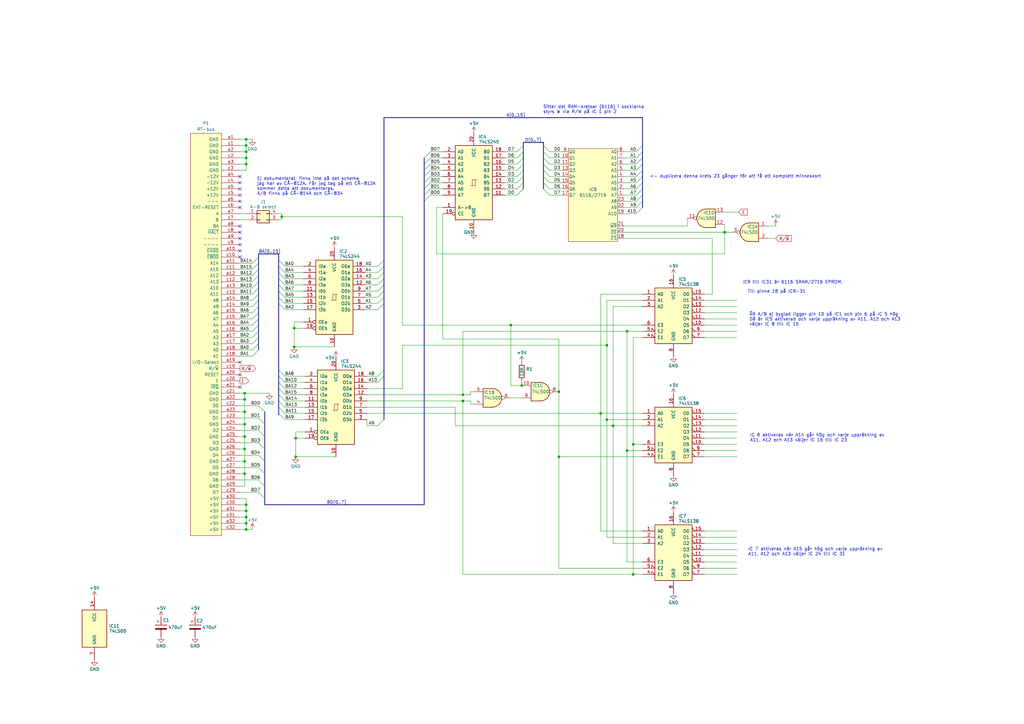
<source format=kicad_sch>
(kicad_sch (version 20230121) (generator eeschema)
  (paper "A3")
  (title_block (title "CÅ-834") (date "2024-04-23") (rev "0.6") (company "Åke Holm CÅ-elektronik") (comment 1 "Minneskort till nya RT-dator, plats för EPROM eller RAM") (comment 2 "Schema skapat av Mikael Karlsson"))
  (lib_symbols
    (symbol "74xx:74LS00" (pin_names (offset 1.016))
      (property "Reference" "U" (at 0 1.27 0))
      (property "Value" "74LS00" (at 0 -1.27 0))
      (symbol "74LS00_1_1"
        (pin input line (at -7.62 2.54 0) (length 3.81) (name "~") (number "1"))
        (pin input line (at -7.62 -2.54 0) (length 3.81) (name "~") (number "2"))
        (pin output inverted (at 7.62 0 180) (length 3.81) (name "~") (number "3"))
      )
      (symbol "74LS00_1_2"
        (pin input inverted (at -7.62 2.54 0) (length 4.318) (name "~") (number "1"))
        (pin input inverted (at -7.62 -2.54 0) (length 4.318) (name "~") (number "2"))
        (pin output line (at 7.62 0 180) (length 3.81) (name "~") (number "3"))
      )
      (symbol "74LS00_2_1"
        (pin input line (at -7.62 2.54 0) (length 3.81) (name "~") (number "4"))
        (pin input line (at -7.62 -2.54 0) (length 3.81) (name "~") (number "5"))
        (pin output inverted (at 7.62 0 180) (length 3.81) (name "~") (number "6"))
      )
      (symbol "74LS00_2_2"
        (pin input inverted (at -7.62 2.54 0) (length 4.318) (name "~") (number "4"))
        (pin input inverted (at -7.62 -2.54 0) (length 4.318) (name "~") (number "5"))
        (pin output line (at 7.62 0 180) (length 3.81) (name "~") (number "6"))
      )
      (symbol "74LS00_3_1"
        (pin input line (at -7.62 -2.54 0) (length 3.81) (name "~") (number "10"))
        (pin output inverted (at 7.62 0 180) (length 3.81) (name "~") (number "8"))
        (pin input line (at -7.62 2.54 0) (length 3.81) (name "~") (number "9"))
      )
      (symbol "74LS00_3_2"
        (pin input inverted (at -7.62 -2.54 0) (length 4.318) (name "~") (number "10"))
        (pin output line (at 7.62 0 180) (length 3.81) (name "~") (number "8"))
        (pin input inverted (at -7.62 2.54 0) (length 4.318) (name "~") (number "9"))
      )
      (symbol "74LS00_4_1"
        (pin output inverted (at 7.62 0 180) (length 3.81) (name "~") (number "11"))
        (pin input line (at -7.62 2.54 0) (length 3.81) (name "~") (number "12"))
        (pin input line (at -7.62 -2.54 0) (length 3.81) (name "~") (number "13"))
      )
      (symbol "74LS00_4_2"
        (pin output line (at 7.62 0 180) (length 3.81) (name "~") (number "11"))
        (pin input inverted (at -7.62 2.54 0) (length 4.318) (name "~") (number "12"))
        (pin input inverted (at -7.62 -2.54 0) (length 4.318) (name "~") (number "13"))
      )
      (symbol "74LS00_5_0"
        (pin power_in line (at 0 12.7 270) (length 5.08) (name "VCC") (number "14"))
        (pin power_in line (at 0 -12.7 90) (length 5.08) (name "GND") (number "7"))
      )
    )
    (symbol "74xx:74LS138" (pin_names (offset 1.016))
      (property "Reference" "U" (at -7.62 11.43 0))
      (property "Value" "74LS138" (at -7.62 -13.97 0))
      (symbol "74LS138_1_0"
        (pin input line (at -12.7 7.62 0) (length 5.08) (name "A0") (number "1"))
        (pin output output_low (at 12.7 -5.08 180) (length 5.08) (name "O5") (number "10"))
        (pin output output_low (at 12.7 -2.54 180) (length 5.08) (name "O4") (number "11"))
        (pin output output_low (at 12.7 0 180) (length 5.08) (name "O3") (number "12"))
        (pin output output_low (at 12.7 2.54 180) (length 5.08) (name "O2") (number "13"))
        (pin output output_low (at 12.7 5.08 180) (length 5.08) (name "O1") (number "14"))
        (pin output output_low (at 12.7 7.62 180) (length 5.08) (name "O0") (number "15"))
        (pin power_in line (at 0 15.24 270) (length 5.08) (name "VCC") (number "16"))
        (pin input line (at -12.7 5.08 0) (length 5.08) (name "A1") (number "2"))
        (pin input line (at -12.7 2.54 0) (length 5.08) (name "A2") (number "3"))
        (pin input input_low (at -12.7 -10.16 0) (length 5.08) (name "E1") (number "4"))
        (pin input input_low (at -12.7 -7.62 0) (length 5.08) (name "E2") (number "5"))
        (pin input line (at -12.7 -5.08 0) (length 5.08) (name "E3") (number "6"))
        (pin output output_low (at 12.7 -10.16 180) (length 5.08) (name "O7") (number "7"))
        (pin power_in line (at 0 -17.78 90) (length 5.08) (name "GND") (number "8"))
        (pin output output_low (at 12.7 -7.62 180) (length 5.08) (name "O6") (number "9"))
      )
    )
    (symbol "74xx:74LS244" (pin_names (offset 1.016))
      (property "Reference" "U" (at -7.62 16.51 0))
      (property "Value" "74LS244" (at -7.62 -16.51 0))
      (symbol "74LS244_1_0"
        (pin input inverted (at -12.7 -10.16 0) (length 5.08) (name "OEa") (number "1"))
        (pin power_in line (at 0 -20.32 90) (length 5.08) (name "GND") (number "10"))
        (pin input line (at -12.7 2.54 0) (length 5.08) (name "I0b") (number "11"))
        (pin tri_state line (at 12.7 5.08 180) (length 5.08) (name "O3a") (number "12"))
        (pin input line (at -12.7 0 0) (length 5.08) (name "I1b") (number "13"))
        (pin tri_state line (at 12.7 7.62 180) (length 5.08) (name "O2a") (number "14"))
        (pin input line (at -12.7 -2.54 0) (length 5.08) (name "I2b") (number "15"))
        (pin tri_state line (at 12.7 10.16 180) (length 5.08) (name "O1a") (number "16"))
        (pin input line (at -12.7 -5.08 0) (length 5.08) (name "I3b") (number "17"))
        (pin tri_state line (at 12.7 12.7 180) (length 5.08) (name "O0a") (number "18"))
        (pin input inverted (at -12.7 -12.7 0) (length 5.08) (name "OEb") (number "19"))
        (pin input line (at -12.7 12.7 0) (length 5.08) (name "I0a") (number "2"))
        (pin power_in line (at 0 20.32 270) (length 5.08) (name "VCC") (number "20"))
        (pin tri_state line (at 12.7 -5.08 180) (length 5.08) (name "O3b") (number "3"))
        (pin input line (at -12.7 10.16 0) (length 5.08) (name "I1a") (number "4"))
        (pin tri_state line (at 12.7 -2.54 180) (length 5.08) (name "O2b") (number "5"))
        (pin input line (at -12.7 7.62 0) (length 5.08) (name "I2a") (number "6"))
        (pin tri_state line (at 12.7 0 180) (length 5.08) (name "O1b") (number "7"))
        (pin input line (at -12.7 5.08 0) (length 5.08) (name "I3a") (number "8"))
        (pin tri_state line (at 12.7 2.54 180) (length 5.08) (name "O0b") (number "9"))
      )
    )
    (symbol "74xx:74LS245" (pin_names (offset 1.016))
      (property "Reference" "U" (at -7.62 16.51 0))
      (property "Value" "74LS245" (at -7.62 -16.51 0))
      (symbol "74LS245_1_0"
        (pin input line (at -12.7 -10.16 0) (length 5.08) (name "A->B") (number "1"))
        (pin power_in line (at 0 -20.32 90) (length 5.08) (name "GND") (number "10"))
        (pin tri_state line (at 12.7 -5.08 180) (length 5.08) (name "B7") (number "11"))
        (pin tri_state line (at 12.7 -2.54 180) (length 5.08) (name "B6") (number "12"))
        (pin tri_state line (at 12.7 0 180) (length 5.08) (name "B5") (number "13"))
        (pin tri_state line (at 12.7 2.54 180) (length 5.08) (name "B4") (number "14"))
        (pin tri_state line (at 12.7 5.08 180) (length 5.08) (name "B3") (number "15"))
        (pin tri_state line (at 12.7 7.62 180) (length 5.08) (name "B2") (number "16"))
        (pin tri_state line (at 12.7 10.16 180) (length 5.08) (name "B1") (number "17"))
        (pin tri_state line (at 12.7 12.7 180) (length 5.08) (name "B0") (number "18"))
        (pin input inverted (at -12.7 -12.7 0) (length 5.08) (name "CE") (number "19"))
        (pin tri_state line (at -12.7 12.7 0) (length 5.08) (name "A0") (number "2"))
        (pin power_in line (at 0 20.32 270) (length 5.08) (name "VCC") (number "20"))
        (pin tri_state line (at -12.7 10.16 0) (length 5.08) (name "A1") (number "3"))
        (pin tri_state line (at -12.7 7.62 0) (length 5.08) (name "A2") (number "4"))
        (pin tri_state line (at -12.7 5.08 0) (length 5.08) (name "A3") (number "5"))
        (pin tri_state line (at -12.7 2.54 0) (length 5.08) (name "A4") (number "6"))
        (pin tri_state line (at -12.7 0 0) (length 5.08) (name "A5") (number "7"))
        (pin tri_state line (at -12.7 -2.54 0) (length 5.08) (name "A6") (number "8"))
        (pin tri_state line (at -12.7 -5.08 0) (length 5.08) (name "A7") (number "9"))
      )
    )
    (symbol "Connector_Generic:Conn_02x02_Counter_Clockwise" (pin_names (offset 1.016) hide)
      (property "Reference" "J" (at 1.27 2.54 0))
      (property "Value" "Conn_02x02_Counter_Clockwise" (at 1.27 -5.08 0))
      (symbol "Conn_02x02_Counter_Clockwise_1_1"
        (pin passive line (at -5.08 0 0) (length 3.81) (name "Pin_1") (number "1"))
        (pin passive line (at -5.08 -2.54 0) (length 3.81) (name "Pin_2") (number "2"))
        (pin passive line (at 7.62 -2.54 180) (length 3.81) (name "Pin_3") (number "3"))
        (pin passive line (at 7.62 0 180) (length 3.81) (name "Pin_4") (number "4"))
      )
    )
    (symbol "CÅ-834:2716" (pin_names (offset 0.254))
      (property "Reference" "U" (at 0 3.175 0))
      (property "Value" "2716" (at 0 -0.635 0))
      (symbol "2716_0_0"
        (pin power_in line (at 0 -19.05 90) (length 0) hide (name "GND") (number "12"))
        (pin power_in line (at 0 19.05 270) (length 0) hide (name "Vcc") (number "24"))
      )
      (symbol "2716_1_1"
        (pin input line (at -12.7 0 0) (length 2.54) (name "A7") (number "1"))
        (pin tri_state line (at 12.7 15.24 180) (length 2.54) (name "Q1") (number "10"))
        (pin tri_state line (at 12.7 12.7 180) (length 2.54) (name "Q2") (number "11"))
        (pin tri_state line (at 12.7 10.16 180) (length 2.54) (name "Q3") (number "13"))
        (pin tri_state line (at 12.7 7.62 180) (length 2.54) (name "Q4") (number "14"))
        (pin tri_state line (at 12.7 5.08 180) (length 2.54) (name "Q5") (number "15"))
        (pin tri_state line (at 12.7 2.54 180) (length 2.54) (name "Q6") (number "16"))
        (pin tri_state line (at 12.7 0 180) (length 2.54) (name "Q7") (number "17"))
        (pin input line (at -12.7 -17.78 0) (length 2.54) (name "~{CS}") (number "18"))
        (pin input line (at -12.7 -7.62 0) (length 2.54) (name "A10") (number "19"))
        (pin input line (at -12.7 2.54 0) (length 2.54) (name "A6") (number "2"))
        (pin input line (at -12.7 -15.24 0) (length 2.54) (name "~{OE}") (number "20"))
        (pin input line (at -12.7 -12.7 0) (length 2.54) (name "~{WR}") (number "21"))
        (pin input line (at -12.7 -5.08 0) (length 2.54) (name "A9") (number "22"))
        (pin input line (at -12.7 -2.54 0) (length 2.54) (name "A8") (number "23"))
        (pin input line (at -12.7 5.08 0) (length 2.54) (name "A5") (number "3"))
        (pin input line (at -12.7 7.62 0) (length 2.54) (name "A4") (number "4"))
        (pin input line (at -12.7 10.16 0) (length 2.54) (name "A3") (number "5"))
        (pin input line (at -12.7 12.7 0) (length 2.54) (name "A2") (number "6"))
        (pin input line (at -12.7 15.24 0) (length 2.54) (name "A1") (number "7"))
        (pin input line (at -12.7 17.78 0) (length 2.54) (name "A0") (number "8"))
        (pin tri_state line (at 12.7 17.78 180) (length 2.54) (name "Q0") (number "9"))
      )
    )
    (symbol "CÅ-834:RT-bus" (pin_names (offset 1.016))
      (property "Reference" "P" (at 0 83.82 0))
      (property "Value" "RT-bus" (at 8.89 0 90))
      (symbol "RT-bus_1_1"
        (pin passive line (at -12.7 80.01 0) (length 7.62) (name "GND") (number "a1"))
        (pin passive line (at -12.7 34.29 0) (length 7.62) (name "~{E400}") (number "a10"))
        (pin passive line (at -12.7 29.21 0) (length 7.62) (name "A14") (number "a11"))
        (pin passive line (at -12.7 24.13 0) (length 7.62) (name "A12") (number "a12"))
        (pin passive line (at -12.7 19.05 0) (length 7.62) (name "A10") (number "a13"))
        (pin passive line (at -12.7 13.97 0) (length 7.62) (name "A8") (number "a14"))
        (pin passive line (at -12.7 8.89 0) (length 7.62) (name "A6") (number "a15"))
        (pin passive line (at -12.7 3.81 0) (length 7.62) (name "A4") (number "a16"))
        (pin passive line (at -12.7 -1.27 0) (length 7.62) (name "A2") (number "a17"))
        (pin passive line (at -12.7 -6.35 0) (length 7.62) (name "A0") (number "a18"))
        (pin passive line (at -12.7 -11.43 0) (length 7.62) (name "I/O-Select") (number "a19"))
        (pin passive line (at -12.7 74.93 0) (length 7.62) (name "GND") (number "a2"))
        (pin passive line (at -12.7 -16.51 0) (length 7.62) (name "RESET") (number "a20"))
        (pin passive line (at -12.7 -21.59 0) (length 7.62) (name "~{IRQ}") (number "a21"))
        (pin passive line (at -12.7 -26.67 0) (length 7.62) (name "GND") (number "a22"))
        (pin passive line (at -12.7 -31.75 0) (length 7.62) (name "GND") (number "a23"))
        (pin passive line (at -12.7 -36.83 0) (length 7.62) (name "GND") (number "a24"))
        (pin passive line (at -12.7 -41.91 0) (length 7.62) (name "GND") (number "a25"))
        (pin passive line (at -12.7 -46.99 0) (length 7.62) (name "GND") (number "a26"))
        (pin passive line (at -12.7 -52.07 0) (length 7.62) (name "GND") (number "a27"))
        (pin passive line (at -12.7 -57.15 0) (length 7.62) (name "GND") (number "a28"))
        (pin passive line (at -12.7 -62.23 0) (length 7.62) (name "GND") (number "a29"))
        (pin passive line (at -12.7 69.85 0) (length 7.62) (name "GND") (number "a3"))
        (pin passive line (at -12.7 -67.31 0) (length 7.62) (name "+5V") (number "a30"))
        (pin passive line (at -12.7 -72.39 0) (length 7.62) (name "+5V") (number "a31"))
        (pin passive line (at -12.7 -77.47 0) (length 7.62) (name "+5V") (number "a32"))
        (pin passive line (at -12.7 64.77 0) (length 7.62) (name "-12V") (number "a4"))
        (pin passive line (at -12.7 59.69 0) (length 7.62) (name "+12V") (number "a5"))
        (pin passive line (at -12.7 54.61 0) (length 7.62) (name "---") (number "a6"))
        (pin passive line (at -12.7 49.53 0) (length 7.62) (name "A") (number "a7"))
        (pin passive line (at -12.7 44.45 0) (length 7.62) (name "BA") (number "a8"))
        (pin passive line (at -12.7 39.37 0) (length 7.62) (name "----") (number "a9"))
        (pin passive line (at -12.7 77.47 0) (length 7.62) (name "GND") (number "c1"))
        (pin passive line (at -12.7 31.75 0) (length 7.62) (name "~{E800}") (number "c10"))
        (pin passive line (at -12.7 26.67 0) (length 7.62) (name "A15") (number "c11"))
        (pin passive line (at -12.7 21.59 0) (length 7.62) (name "A13") (number "c12"))
        (pin passive line (at -12.7 16.51 0) (length 7.62) (name "A11") (number "c13"))
        (pin passive line (at -12.7 11.43 0) (length 7.62) (name "A9") (number "c14"))
        (pin passive line (at -12.7 6.35 0) (length 7.62) (name "A7") (number "c15"))
        (pin passive line (at -12.7 1.27 0) (length 7.62) (name "A5") (number "c16"))
        (pin passive line (at -12.7 -3.81 0) (length 7.62) (name "A3") (number "c17"))
        (pin passive line (at -12.7 -8.89 0) (length 7.62) (name "A1") (number "c18"))
        (pin passive line (at -12.7 -13.97 0) (length 7.62) (name "R/~{W}") (number "c19"))
        (pin passive line (at -12.7 72.39 0) (length 7.62) (name "GND") (number "c2"))
        (pin passive line (at -12.7 -19.05 0) (length 7.62) (name "E") (number "c20"))
        (pin passive line (at -12.7 -24.13 0) (length 7.62) (name "GND") (number "c21"))
        (pin passive line (at -12.7 -29.21 0) (length 7.62) (name "D0") (number "c22"))
        (pin passive line (at -12.7 -34.29 0) (length 7.62) (name "D1") (number "c23"))
        (pin passive line (at -12.7 -39.37 0) (length 7.62) (name "D2") (number "c24"))
        (pin passive line (at -12.7 -44.45 0) (length 7.62) (name "D3") (number "c25"))
        (pin passive line (at -12.7 -49.53 0) (length 7.62) (name "D4") (number "c26"))
        (pin passive line (at -12.7 -54.61 0) (length 7.62) (name "D5") (number "c27"))
        (pin passive line (at -12.7 -59.69 0) (length 7.62) (name "D6") (number "c28"))
        (pin passive line (at -12.7 -64.77 0) (length 7.62) (name "D7") (number "c29"))
        (pin passive line (at -12.7 67.31 0) (length 7.62) (name "GND") (number "c3"))
        (pin passive line (at -12.7 -69.85 0) (length 7.62) (name "+5V") (number "c30"))
        (pin passive line (at -12.7 -74.93 0) (length 7.62) (name "+5V") (number "c31"))
        (pin passive line (at -12.7 -80.01 0) (length 7.62) (name "+5V") (number "c32"))
        (pin passive line (at -12.7 62.23 0) (length 7.62) (name "-12V") (number "c4"))
        (pin passive line (at -12.7 57.15 0) (length 7.62) (name "+12V") (number "c5"))
        (pin passive line (at -12.7 52.07 0) (length 7.62) (name "EXT-RESET") (number "c6"))
        (pin passive line (at -12.7 46.99 0) (length 7.62) (name "B") (number "c7"))
        (pin passive line (at -12.7 41.91 0) (length 7.62) (name "~{HALT}") (number "c8"))
        (pin passive line (at -12.7 36.83 0) (length 7.62) (name "----") (number "c9"))
      )
    )
    (symbol "Device:C_Polarized" (pin_numbers hide) (pin_names (offset 0.254))
      (property "Reference" "C" (at 0.635 2.54 0))
      (property "Value" "C_Polarized" (at 0.635 -2.54 0))
      (symbol "C_Polarized_1_1"
        (pin passive line (at 0 3.81 270) (length 2.794) (name "~") (number "1"))
        (pin passive line (at 0 -3.81 90) (length 2.794) (name "~") (number "2"))
      )
    )
    (symbol "Device:R" (pin_numbers hide) (pin_names (offset 0))
      (property "Reference" "R" (at 2.032 0 90))
      (property "Value" "R" (at 0 0 90))
      (symbol "R_1_1"
        (pin passive line (at 0 3.81 270) (length 1.27) (name "~") (number "1"))
        (pin passive line (at 0 -3.81 90) (length 1.27) (name "~") (number "2"))
      )
    )
    (symbol "power:+5V" (power) (pin_names (offset 0))
      (property "Value" "+5V" (at 0 3.556 0))
      (symbol "+5V_1_1"
        (pin power_in line (at 0 0 90) (length 0) hide (name "+5V") (number "1"))
      )
    )
    (symbol "power:GND" (power) (pin_names (offset 0))
      (property "Value" "GND" (at 0 -3.81 0))
      (symbol "GND_1_1"
        (pin power_in line (at 0 0 270) (length 0) hide (name "GND") (number "1"))
      )
    )
  )
  (junction (at 100.33 173.99))
  (junction (at 297.18 95.25))
  (junction (at 120.65 134.62))
  (junction (at 115.57 88.9))
  (junction (at 100.33 189.23))
  (junction (at 100.965 62.23))
  (junction (at 189.865 161.925))
  (junction (at 100.965 217.17))
  (junction (at 259.715 235.585))
  (junction (at 257.175 135.89))
  (junction (at 189.865 164.465))
  (junction (at 100.965 59.69))
  (junction (at 100.33 168.91))
  (junction (at 248.92 172.085))
  (junction (at 100.33 194.31))
  (junction (at 100.965 212.09))
  (junction (at 213.995 158.115))
  (junction (at 100.965 57.15))
  (junction (at 121.285 187.325))
  (junction (at 100.33 179.07))
  (junction (at 229.235 187.325))
  (junction (at 259.715 182.245))
  (junction (at 229.235 160.655))
  (junction (at 120.65 142.24))
  (junction (at 248.92 141.605))
  (junction (at 100.33 184.15))
  (junction (at 209.55 133.35))
  (junction (at 100.33 163.83))
  (junction (at 100.965 214.63))
  (junction (at 257.175 184.785))
  (junction (at 100.965 67.31))
  (junction (at 100.965 207.01))
  (junction (at 251.46 174.625))
  (junction (at 246.38 169.545))
  (junction (at 100.33 161.29))
  (junction (at 100.965 64.77))
  (junction (at 121.285 179.705))
  (junction (at 100.965 209.55))
  (no_connect (at 98.425 100.33))
  (no_connect (at 98.425 102.87))
  (no_connect (at 98.425 92.71))
  (no_connect (at 98.425 82.55))
  (no_connect (at 98.425 72.39))
  (no_connect (at 98.425 74.93))
  (no_connect (at 98.425 77.47))
  (no_connect (at 98.425 148.59))
  (no_connect (at 98.425 153.67))
  (no_connect (at 98.425 80.01))
  (no_connect (at 98.425 85.09))
  (no_connect (at 98.425 97.79))
  (no_connect (at 98.425 95.25))
  (no_connect (at 98.425 105.41))
  (no_connect (at 98.425 158.75))
  (bus_entry (at 212.09 77.47) (size 2.54 -2.54))
  (bus_entry (at 116.84 121.92) (size -2.54 -2.54))
  (bus_entry (at 154.94 156.845) (size 2.54 -2.54))
  (bus_entry (at 154.94 119.38) (size 2.54 -2.54))
  (bus_entry (at 225.425 64.77) (size -2.54 -2.54))
  (bus_entry (at 154.94 124.46) (size 2.54 -2.54))
  (bus_entry (at 103.505 133.35) (size 2.54 -2.54))
  (bus_entry (at 116.84 156.845) (size -2.54 -2.54))
  (bus_entry (at 154.94 127) (size 2.54 -2.54))
  (bus_entry (at 116.84 161.925) (size -2.54 -2.54))
  (bus_entry (at 176.53 74.93) (size -2.54 2.54))
  (bus_entry (at 103.505 113.03) (size 2.54 -2.54))
  (bus_entry (at 116.84 159.385) (size -2.54 -2.54))
  (bus_entry (at 263.525 72.39) (size -2.54 2.54))
  (bus_entry (at 116.84 127) (size -2.54 -2.54))
  (bus_entry (at 212.09 72.39) (size 2.54 -2.54))
  (bus_entry (at 263.525 85.09) (size -2.54 2.54))
  (bus_entry (at 103.505 130.81) (size 2.54 -2.54))
  (bus_entry (at 263.525 82.55) (size -2.54 2.54))
  (bus_entry (at 154.94 121.92) (size 2.54 -2.54))
  (bus_entry (at 263.525 77.47) (size -2.54 2.54))
  (bus_entry (at 106.045 176.53) (size 2.54 2.54))
  (bus_entry (at 103.505 107.95) (size 2.54 -2.54))
  (bus_entry (at 103.505 146.05) (size 2.54 -2.54))
  (bus_entry (at 106.045 181.61) (size 2.54 2.54))
  (bus_entry (at 154.94 114.3) (size 2.54 -2.54))
  (bus_entry (at 225.425 74.93) (size -2.54 -2.54))
  (bus_entry (at 116.84 164.465) (size -2.54 -2.54))
  (bus_entry (at 116.84 114.3) (size -2.54 -2.54))
  (bus_entry (at 263.525 67.31) (size -2.54 2.54))
  (bus_entry (at 176.53 72.39) (size -2.54 2.54))
  (bus_entry (at 103.505 125.73) (size 2.54 -2.54))
  (bus_entry (at 103.505 135.89) (size 2.54 -2.54))
  (bus_entry (at 176.53 67.31) (size -2.54 2.54))
  (bus_entry (at 154.94 109.22) (size 2.54 -2.54))
  (bus_entry (at 212.09 80.01) (size 2.54 -2.54))
  (bus_entry (at 116.84 116.84) (size -2.54 -2.54))
  (bus_entry (at 116.84 154.305) (size -2.54 -2.54))
  (bus_entry (at 225.425 77.47) (size -2.54 -2.54))
  (bus_entry (at 225.425 67.31) (size -2.54 -2.54))
  (bus_entry (at 116.84 109.22) (size -2.54 -2.54))
  (bus_entry (at 106.045 191.77) (size 2.54 2.54))
  (bus_entry (at 103.505 140.97) (size 2.54 -2.54))
  (bus_entry (at 116.84 167.005) (size -2.54 -2.54))
  (bus_entry (at 116.84 119.38) (size -2.54 -2.54))
  (bus_entry (at 263.525 69.85) (size -2.54 2.54))
  (bus_entry (at 263.525 59.69) (size -2.54 2.54))
  (bus_entry (at 225.425 62.23) (size -2.54 -2.54))
  (bus_entry (at 106.045 196.85) (size 2.54 2.54))
  (bus_entry (at 103.505 128.27) (size 2.54 -2.54))
  (bus_entry (at 103.505 123.19) (size 2.54 -2.54))
  (bus_entry (at 212.09 62.23) (size 2.54 -2.54))
  (bus_entry (at 116.84 169.545) (size -2.54 -2.54))
  (bus_entry (at 154.94 111.76) (size 2.54 -2.54))
  (bus_entry (at 225.425 72.39) (size -2.54 -2.54))
  (bus_entry (at 103.505 110.49) (size 2.54 -2.54))
  (bus_entry (at 212.09 74.93) (size 2.54 -2.54))
  (bus_entry (at 106.045 186.69) (size 2.54 2.54))
  (bus_entry (at 176.53 64.77) (size -2.54 2.54))
  (bus_entry (at 103.505 138.43) (size 2.54 -2.54))
  (bus_entry (at 106.045 166.37) (size 2.54 2.54))
  (bus_entry (at 154.94 154.305) (size 2.54 -2.54))
  (bus_entry (at 263.525 62.23) (size -2.54 2.54))
  (bus_entry (at 154.94 174.625) (size 2.54 -2.54))
  (bus_entry (at 263.525 64.77) (size -2.54 2.54))
  (bus_entry (at 154.94 116.84) (size 2.54 -2.54))
  (bus_entry (at 103.505 115.57) (size 2.54 -2.54))
  (bus_entry (at 176.53 62.23) (size -2.54 2.54))
  (bus_entry (at 263.525 74.93) (size -2.54 2.54))
  (bus_entry (at 263.525 80.01) (size -2.54 2.54))
  (bus_entry (at 212.09 67.31) (size 2.54 -2.54))
  (bus_entry (at 212.09 64.77) (size 2.54 -2.54))
  (bus_entry (at 103.505 120.65) (size 2.54 -2.54))
  (bus_entry (at 176.53 69.85) (size -2.54 2.54))
  (bus_entry (at 212.09 69.85) (size 2.54 -2.54))
  (bus_entry (at 106.045 171.45) (size 2.54 2.54))
  (bus_entry (at 116.84 124.46) (size -2.54 -2.54))
  (bus_entry (at 225.425 69.85) (size -2.54 -2.54))
  (bus_entry (at 106.045 201.93) (size 2.54 2.54))
  (bus_entry (at 116.84 111.76) (size -2.54 -2.54))
  (bus_entry (at 103.505 118.11) (size 2.54 -2.54))
  (bus_entry (at 103.505 143.51) (size 2.54 -2.54))
  (bus_entry (at 176.53 77.47) (size -2.54 2.54))
  (bus_entry (at 225.425 80.01) (size -2.54 -2.54))
  (bus_entry (at 116.84 172.085) (size -2.54 -2.54))
  (bus_entry (at 176.53 80.01) (size -2.54 2.54))
  (wire (pts (xy 288.925 123.19) (xy 302.26 123.19)))
  (wire (pts (xy 288.925 177.165) (xy 302.26 177.165)))
  (wire (pts (xy 98.425 118.11) (xy 103.505 118.11)))
  (wire (pts (xy 207.01 74.93) (xy 212.09 74.93)))
  (wire (pts (xy 248.92 172.085) (xy 248.92 220.345)))
  (bus (pts (xy 263.525 59.69) (xy 263.525 62.23)))
  (wire (pts (xy 260.985 72.39) (xy 255.905 72.39)))
  (wire (pts (xy 124.46 111.76) (xy 116.84 111.76)))
  (wire (pts (xy 176.53 80.01) (xy 181.61 80.01)))
  (wire (pts (xy 121.285 179.705) (xy 121.285 187.325)))
  (bus (pts (xy 114.3 111.76) (xy 114.3 114.3)))
  (wire (pts (xy 260.985 67.31) (xy 255.905 67.31)))
  (wire (pts (xy 259.715 138.43) (xy 259.715 182.245)))
  (bus (pts (xy 263.525 67.31) (xy 263.525 69.85)))
  (wire (pts (xy 193.04 164.465) (xy 193.04 165.735)))
  (wire (pts (xy 225.425 64.77) (xy 230.505 64.77)))
  (wire (pts (xy 100.33 161.29) (xy 98.425 161.29)))
  (bus (pts (xy 106.045 130.81) (xy 106.045 128.27)))
  (wire (pts (xy 116.84 121.92) (xy 124.46 121.92)))
  (wire (pts (xy 257.175 184.785) (xy 263.525 184.785)))
  (wire (pts (xy 251.46 174.625) (xy 251.46 222.885)))
  (wire (pts (xy 207.01 69.85) (xy 212.09 69.85)))
  (wire (pts (xy 263.525 138.43) (xy 259.715 138.43)))
  (wire (pts (xy 189.865 135.89) (xy 189.865 161.925)))
  (wire (pts (xy 176.53 64.77) (xy 181.61 64.77)))
  (wire (pts (xy 124.46 127) (xy 116.84 127)))
  (wire (pts (xy 260.985 85.09) (xy 255.905 85.09)))
  (wire (pts (xy 121.285 177.165) (xy 121.285 179.705)))
  (bus (pts (xy 108.585 173.99) (xy 108.585 179.07)))
  (wire (pts (xy 297.18 86.995) (xy 302.895 86.995)))
  (wire (pts (xy 207.01 80.01) (xy 212.09 80.01)))
  (wire (pts (xy 98.425 199.39) (xy 100.33 199.39)))
  (bus (pts (xy 263.525 82.55) (xy 263.525 85.09)))
  (bus (pts (xy 108.585 168.91) (xy 108.585 173.99)))
  (wire (pts (xy 225.425 80.01) (xy 230.505 80.01)))
  (wire (pts (xy 263.525 120.65) (xy 246.38 120.65)))
  (bus (pts (xy 173.99 67.31) (xy 173.99 69.85)))
  (wire (pts (xy 260.985 69.85) (xy 255.905 69.85)))
  (bus (pts (xy 214.63 62.23) (xy 214.63 64.77)))
  (bus (pts (xy 214.63 74.93) (xy 214.63 77.47)))
  (wire (pts (xy 98.425 201.93) (xy 106.045 201.93)))
  (wire (pts (xy 98.425 115.57) (xy 103.505 115.57)))
  (wire (pts (xy 213.995 156.21) (xy 213.995 158.115)))
  (bus (pts (xy 114.3 114.3) (xy 114.3 116.84)))
  (wire (pts (xy 100.965 62.23) (xy 100.965 64.77)))
  (wire (pts (xy 124.46 114.3) (xy 116.84 114.3)))
  (bus (pts (xy 222.885 67.31) (xy 222.885 69.85)))
  (bus (pts (xy 108.585 179.07) (xy 108.585 184.15)))
  (wire (pts (xy 263.525 235.585) (xy 259.715 235.585)))
  (bus (pts (xy 108.585 184.15) (xy 108.585 189.23)))
  (bus (pts (xy 157.48 121.92) (xy 157.48 124.46)))
  (wire (pts (xy 209.55 163.195) (xy 213.995 163.195)))
  (wire (pts (xy 193.04 161.925) (xy 193.04 160.655)))
  (bus (pts (xy 157.48 114.3) (xy 157.48 116.84)))
  (wire (pts (xy 281.94 92.71) (xy 255.905 92.71)))
  (wire (pts (xy 100.33 199.39) (xy 100.33 194.31)))
  (wire (pts (xy 98.425 138.43) (xy 103.505 138.43)))
  (wire (pts (xy 189.865 161.925) (xy 193.04 161.925)))
  (wire (pts (xy 100.33 168.91) (xy 98.425 168.91)))
  (bus (pts (xy 114.3 104.14) (xy 114.3 106.68)))
  (wire (pts (xy 314.96 92.71) (xy 318.135 92.71)))
  (wire (pts (xy 288.925 169.545) (xy 302.26 169.545)))
  (wire (pts (xy 149.86 119.38) (xy 154.94 119.38)))
  (wire (pts (xy 229.235 187.325) (xy 263.525 187.325)))
  (bus (pts (xy 108.585 199.39) (xy 108.585 204.47)))
  (wire (pts (xy 100.965 207.01) (xy 98.425 207.01)))
  (wire (pts (xy 149.86 114.3) (xy 154.94 114.3)))
  (wire (pts (xy 251.46 125.73) (xy 251.46 174.625)))
  (bus (pts (xy 173.99 74.93) (xy 173.99 77.47)))
  (wire (pts (xy 213.995 158.115) (xy 209.55 158.115)))
  (bus (pts (xy 157.48 116.84) (xy 157.48 119.38)))
  (wire (pts (xy 98.425 128.27) (xy 103.505 128.27)))
  (wire (pts (xy 149.86 124.46) (xy 154.94 124.46)))
  (wire (pts (xy 125.095 177.165) (xy 121.285 177.165)))
  (bus (pts (xy 106.045 120.65) (xy 106.045 118.11)))
  (bus (pts (xy 106.045 104.14) (xy 114.3 104.14)))
  (wire (pts (xy 251.46 174.625) (xy 263.525 174.625)))
  (wire (pts (xy 288.925 125.73) (xy 302.26 125.73)))
  (wire (pts (xy 121.285 187.325) (xy 137.795 187.325)))
  (wire (pts (xy 116.84 164.465) (xy 125.095 164.465)))
  (wire (pts (xy 225.425 62.23) (xy 230.505 62.23)))
  (wire (pts (xy 246.38 169.545) (xy 263.525 169.545)))
  (bus (pts (xy 222.885 72.39) (xy 222.885 74.93)))
  (bus (pts (xy 222.885 64.77) (xy 222.885 67.31)))
  (wire (pts (xy 98.425 204.47) (xy 100.965 204.47)))
  (wire (pts (xy 288.925 133.35) (xy 302.26 133.35)))
  (bus (pts (xy 222.885 62.23) (xy 222.885 64.77)))
  (wire (pts (xy 179.07 104.14) (xy 179.07 85.09)))
  (wire (pts (xy 292.1 97.79) (xy 292.1 120.65)))
  (wire (pts (xy 251.46 222.885) (xy 263.525 222.885)))
  (wire (pts (xy 288.925 220.345) (xy 302.26 220.345)))
  (wire (pts (xy 229.235 139.065) (xy 229.235 160.655)))
  (wire (pts (xy 207.01 62.23) (xy 212.09 62.23)))
  (wire (pts (xy 98.425 171.45) (xy 106.045 171.45)))
  (wire (pts (xy 115.57 87.63) (xy 115.57 88.9)))
  (bus (pts (xy 263.525 48.26) (xy 263.525 59.69)))
  (wire (pts (xy 292.1 120.65) (xy 288.925 120.65)))
  (bus (pts (xy 173.99 64.77) (xy 173.99 67.31)))
  (bus (pts (xy 214.63 69.85) (xy 214.63 72.39)))
  (wire (pts (xy 98.425 120.65) (xy 103.505 120.65)))
  (bus (pts (xy 114.3 116.84) (xy 114.3 119.38)))
  (wire (pts (xy 124.46 116.84) (xy 116.84 116.84)))
  (wire (pts (xy 263.525 135.89) (xy 257.175 135.89)))
  (wire (pts (xy 125.095 172.085) (xy 116.84 172.085)))
  (wire (pts (xy 100.965 212.09) (xy 98.425 212.09)))
  (bus (pts (xy 214.63 58.42) (xy 222.885 58.42)))
  (wire (pts (xy 150.495 172.085) (xy 150.495 174.625)))
  (wire (pts (xy 98.425 146.05) (xy 103.505 146.05)))
  (wire (pts (xy 100.965 62.23) (xy 98.425 62.23)))
  (wire (pts (xy 100.33 189.23) (xy 100.33 184.15)))
  (wire (pts (xy 100.33 184.15) (xy 100.33 179.07)))
  (bus (pts (xy 173.99 69.85) (xy 173.99 72.39)))
  (wire (pts (xy 176.53 67.31) (xy 181.61 67.31)))
  (wire (pts (xy 100.965 209.55) (xy 100.965 212.09)))
  (wire (pts (xy 297.18 95.25) (xy 299.72 95.25)))
  (bus (pts (xy 114.3 121.92) (xy 114.3 124.46)))
  (bus (pts (xy 263.525 62.23) (xy 263.525 64.77)))
  (wire (pts (xy 115.57 88.9) (xy 115.57 90.17)))
  (bus (pts (xy 106.045 143.51) (xy 106.045 140.97)))
  (bus (pts (xy 114.3 109.22) (xy 114.3 111.76)))
  (wire (pts (xy 297.18 92.075) (xy 297.18 95.25)))
  (wire (pts (xy 98.425 176.53) (xy 106.045 176.53)))
  (wire (pts (xy 260.985 74.93) (xy 255.905 74.93)))
  (wire (pts (xy 150.495 174.625) (xy 154.94 174.625)))
  (wire (pts (xy 120.65 134.62) (xy 124.46 134.62)))
  (bus (pts (xy 173.99 80.01) (xy 173.99 82.55)))
  (wire (pts (xy 230.505 67.31) (xy 225.425 67.31)))
  (wire (pts (xy 189.865 164.465) (xy 193.04 164.465)))
  (wire (pts (xy 116.84 154.305) (xy 125.095 154.305)))
  (wire (pts (xy 100.965 217.17) (xy 103.505 217.17)))
  (wire (pts (xy 100.33 194.31) (xy 100.33 189.23)))
  (bus (pts (xy 108.585 194.31) (xy 108.585 199.39)))
  (wire (pts (xy 246.38 120.65) (xy 246.38 169.545)))
  (wire (pts (xy 186.69 174.625) (xy 251.46 174.625)))
  (wire (pts (xy 255.905 95.25) (xy 297.18 95.25)))
  (bus (pts (xy 263.525 74.93) (xy 263.525 77.47)))
  (wire (pts (xy 100.965 64.77) (xy 100.965 67.31)))
  (wire (pts (xy 225.425 69.85) (xy 230.505 69.85)))
  (wire (pts (xy 125.095 156.845) (xy 116.84 156.845)))
  (wire (pts (xy 100.33 163.83) (xy 98.425 163.83)))
  (wire (pts (xy 260.985 77.47) (xy 255.905 77.47)))
  (wire (pts (xy 189.865 164.465) (xy 189.865 235.585)))
  (wire (pts (xy 288.925 227.965) (xy 302.26 227.965)))
  (wire (pts (xy 150.495 164.465) (xy 189.865 164.465)))
  (bus (pts (xy 157.48 109.22) (xy 157.48 111.76)))
  (wire (pts (xy 209.55 133.35) (xy 209.55 158.115)))
  (wire (pts (xy 288.925 182.245) (xy 302.26 182.245)))
  (wire (pts (xy 288.925 235.585) (xy 302.26 235.585)))
  (wire (pts (xy 176.53 69.85) (xy 181.61 69.85)))
  (wire (pts (xy 260.985 80.01) (xy 255.905 80.01)))
  (bus (pts (xy 214.63 67.31) (xy 214.63 69.85)))
  (wire (pts (xy 149.86 109.22) (xy 154.94 109.22)))
  (wire (pts (xy 150.495 167.005) (xy 186.69 167.005)))
  (wire (pts (xy 100.965 204.47) (xy 100.965 207.01)))
  (wire (pts (xy 288.925 179.705) (xy 302.26 179.705)))
  (wire (pts (xy 259.715 182.245) (xy 259.715 235.585)))
  (wire (pts (xy 100.33 194.31) (xy 98.425 194.31)))
  (wire (pts (xy 248.92 123.19) (xy 248.92 141.605)))
  (wire (pts (xy 98.425 90.17) (xy 101.6 90.17)))
  (wire (pts (xy 248.92 172.085) (xy 263.525 172.085)))
  (wire (pts (xy 288.925 130.81) (xy 302.26 130.81)))
  (wire (pts (xy 98.425 125.73) (xy 103.505 125.73)))
  (wire (pts (xy 149.86 127) (xy 154.94 127)))
  (wire (pts (xy 120.65 134.62) (xy 120.65 142.24)))
  (wire (pts (xy 100.965 207.01) (xy 100.965 209.55)))
  (wire (pts (xy 248.92 220.345) (xy 263.525 220.345)))
  (wire (pts (xy 100.33 189.23) (xy 98.425 189.23)))
  (wire (pts (xy 193.04 160.655) (xy 194.31 160.655)))
  (wire (pts (xy 100.33 179.07) (xy 98.425 179.07)))
  (wire (pts (xy 248.92 141.605) (xy 248.92 172.085)))
  (wire (pts (xy 125.095 167.005) (xy 116.84 167.005)))
  (wire (pts (xy 120.65 132.08) (xy 120.65 134.62)))
  (bus (pts (xy 263.525 77.47) (xy 263.525 80.01)))
  (bus (pts (xy 106.045 115.57) (xy 106.045 113.03)))
  (wire (pts (xy 229.235 187.325) (xy 229.235 233.045)))
  (wire (pts (xy 207.01 64.77) (xy 212.09 64.77)))
  (wire (pts (xy 116.84 169.545) (xy 125.095 169.545)))
  (wire (pts (xy 229.235 233.045) (xy 263.525 233.045)))
  (wire (pts (xy 98.425 123.19) (xy 103.505 123.19)))
  (wire (pts (xy 150.495 159.385) (xy 165.1 159.385)))
  (wire (pts (xy 124.46 132.08) (xy 120.65 132.08)))
  (wire (pts (xy 207.01 72.39) (xy 212.09 72.39)))
  (wire (pts (xy 165.1 141.605) (xy 248.92 141.605)))
  (wire (pts (xy 288.925 172.085) (xy 302.26 172.085)))
  (wire (pts (xy 100.33 161.29) (xy 110.49 161.29)))
  (bus (pts (xy 222.885 59.69) (xy 222.885 62.23)))
  (bus (pts (xy 106.045 110.49) (xy 106.045 107.95)))
  (wire (pts (xy 229.235 160.655) (xy 229.235 187.325)))
  (wire (pts (xy 98.425 133.35) (xy 103.505 133.35)))
  (wire (pts (xy 181.61 139.065) (xy 229.235 139.065)))
  (wire (pts (xy 98.425 113.03) (xy 103.505 113.03)))
  (wire (pts (xy 260.985 87.63) (xy 255.905 87.63)))
  (bus (pts (xy 214.63 59.69) (xy 214.63 58.42)))
  (wire (pts (xy 98.425 196.85) (xy 106.045 196.85)))
  (wire (pts (xy 149.86 111.76) (xy 154.94 111.76)))
  (bus (pts (xy 114.3 151.765) (xy 114.3 154.305)))
  (wire (pts (xy 100.33 179.07) (xy 100.33 173.99)))
  (wire (pts (xy 257.175 135.89) (xy 257.175 184.785)))
  (wire (pts (xy 98.425 143.51) (xy 103.505 143.51)))
  (wire (pts (xy 263.525 133.35) (xy 209.55 133.35)))
  (wire (pts (xy 230.505 77.47) (xy 225.425 77.47)))
  (wire (pts (xy 98.425 140.97) (xy 103.505 140.97)))
  (wire (pts (xy 150.495 169.545) (xy 246.38 169.545)))
  (wire (pts (xy 100.33 173.99) (xy 98.425 173.99)))
  (wire (pts (xy 288.925 128.27) (xy 302.26 128.27)))
  (bus (pts (xy 157.48 48.26) (xy 263.525 48.26)))
  (wire (pts (xy 189.865 135.89) (xy 257.175 135.89)))
  (wire (pts (xy 288.925 138.43) (xy 302.26 138.43)))
  (wire (pts (xy 176.53 62.23) (xy 181.61 62.23)))
  (bus (pts (xy 263.525 72.39) (xy 263.525 74.93)))
  (wire (pts (xy 230.505 74.93) (xy 225.425 74.93)))
  (bus (pts (xy 106.045 128.27) (xy 106.045 125.73)))
  (wire (pts (xy 121.285 179.705) (xy 125.095 179.705)))
  (wire (pts (xy 149.86 116.84) (xy 154.94 116.84)))
  (wire (pts (xy 124.46 109.22) (xy 116.84 109.22)))
  (bus (pts (xy 114.3 156.845) (xy 114.3 159.385)))
  (wire (pts (xy 193.04 165.735) (xy 194.31 165.735)))
  (wire (pts (xy 100.33 173.99) (xy 100.33 168.91)))
  (bus (pts (xy 263.525 69.85) (xy 263.525 72.39)))
  (wire (pts (xy 100.965 67.31) (xy 98.425 67.31)))
  (wire (pts (xy 100.965 209.55) (xy 98.425 209.55)))
  (wire (pts (xy 100.965 57.15) (xy 100.965 59.69)))
  (wire (pts (xy 115.57 90.17) (xy 114.3 90.17)))
  (wire (pts (xy 150.495 161.925) (xy 189.865 161.925)))
  (bus (pts (xy 263.525 80.01) (xy 263.525 82.55)))
  (wire (pts (xy 246.38 169.545) (xy 246.38 217.805)))
  (wire (pts (xy 263.525 123.19) (xy 248.92 123.19)))
  (wire (pts (xy 288.925 217.805) (xy 302.26 217.805)))
  (bus (pts (xy 222.885 69.85) (xy 222.885 72.39)))
  (wire (pts (xy 257.175 184.785) (xy 257.175 230.505)))
  (wire (pts (xy 165.1 133.35) (xy 209.55 133.35)))
  (wire (pts (xy 98.425 57.15) (xy 100.965 57.15)))
  (wire (pts (xy 98.425 110.49) (xy 103.505 110.49)))
  (wire (pts (xy 251.46 125.73) (xy 263.525 125.73)))
  (wire (pts (xy 176.53 77.47) (xy 181.61 77.47)))
  (wire (pts (xy 100.965 217.17) (xy 98.425 217.17)))
  (bus (pts (xy 106.045 140.97) (xy 106.045 138.43)))
  (wire (pts (xy 125.095 159.385) (xy 116.84 159.385)))
  (wire (pts (xy 116.84 124.46) (xy 124.46 124.46)))
  (bus (pts (xy 106.045 123.19) (xy 106.045 120.65)))
  (bus (pts (xy 114.3 169.545) (xy 114.3 170.18)))
  (wire (pts (xy 181.61 87.63) (xy 181.61 139.065)))
  (wire (pts (xy 100.33 163.83) (xy 100.33 161.29)))
  (bus (pts (xy 214.63 59.69) (xy 214.63 62.23)))
  (bus (pts (xy 114.3 106.68) (xy 114.3 109.22)))
  (wire (pts (xy 149.86 121.92) (xy 154.94 121.92)))
  (wire (pts (xy 288.925 187.325) (xy 302.26 187.325)))
  (bus (pts (xy 157.48 111.76) (xy 157.48 114.3)))
  (wire (pts (xy 98.425 166.37) (xy 106.045 166.37)))
  (wire (pts (xy 179.07 104.14) (xy 297.18 104.14)))
  (wire (pts (xy 288.925 230.505) (xy 302.26 230.505)))
  (bus (pts (xy 214.63 72.39) (xy 214.63 74.93)))
  (wire (pts (xy 314.96 97.79) (xy 318.135 97.79)))
  (bus (pts (xy 114.3 119.38) (xy 114.3 121.92)))
  (wire (pts (xy 207.01 77.47) (xy 212.09 77.47)))
  (bus (pts (xy 106.045 135.89) (xy 106.045 133.35)))
  (wire (pts (xy 259.715 182.245) (xy 263.525 182.245)))
  (wire (pts (xy 100.965 59.69) (xy 100.965 62.23)))
  (bus (pts (xy 157.48 154.305) (xy 157.48 172.085)))
  (bus (pts (xy 114.3 159.385) (xy 114.3 161.925)))
  (bus (pts (xy 222.885 58.42) (xy 222.885 59.69)))
  (wire (pts (xy 100.965 214.63) (xy 98.425 214.63)))
  (wire (pts (xy 292.1 97.79) (xy 255.905 97.79)))
  (bus (pts (xy 114.3 124.46) (xy 114.3 151.765)))
  (bus (pts (xy 173.99 72.39) (xy 173.99 74.93)))
  (wire (pts (xy 259.715 235.585) (xy 189.865 235.585)))
  (wire (pts (xy 176.53 74.93) (xy 181.61 74.93)))
  (wire (pts (xy 100.33 168.91) (xy 100.33 163.83)))
  (wire (pts (xy 176.53 72.39) (xy 181.61 72.39)))
  (wire (pts (xy 98.425 186.69) (xy 106.045 186.69)))
  (wire (pts (xy 100.965 212.09) (xy 100.965 214.63)))
  (bus (pts (xy 114.3 154.305) (xy 114.3 156.845)))
  (bus (pts (xy 214.63 64.77) (xy 214.63 67.31)))
  (wire (pts (xy 263.525 230.505) (xy 257.175 230.505)))
  (bus (pts (xy 106.045 105.41) (xy 106.045 104.14)))
  (wire (pts (xy 288.925 184.785) (xy 302.26 184.785)))
  (wire (pts (xy 181.61 85.09) (xy 179.07 85.09)))
  (bus (pts (xy 173.99 77.47) (xy 173.99 80.01)))
  (bus (pts (xy 157.48 48.26) (xy 157.48 106.68)))
  (wire (pts (xy 297.18 95.25) (xy 297.18 104.14)))
  (wire (pts (xy 100.965 214.63) (xy 100.965 217.17)))
  (bus (pts (xy 106.045 138.43) (xy 106.045 135.89)))
  (wire (pts (xy 165.1 159.385) (xy 165.1 141.605)))
  (wire (pts (xy 100.33 184.15) (xy 98.425 184.15)))
  (wire (pts (xy 98.425 130.81) (xy 103.505 130.81)))
  (wire (pts (xy 100.965 69.85) (xy 98.425 69.85)))
  (bus (pts (xy 106.045 113.03) (xy 106.045 110.49)))
  (wire (pts (xy 150.495 154.305) (xy 154.94 154.305)))
  (bus (pts (xy 222.885 74.93) (xy 222.885 77.47)))
  (bus (pts (xy 106.045 133.35) (xy 106.045 130.81)))
  (wire (pts (xy 100.965 57.15) (xy 103.505 57.15)))
  (bus (pts (xy 108.585 204.47) (xy 108.585 207.01)))
  (bus (pts (xy 106.045 125.73) (xy 106.045 123.19)))
  (wire (pts (xy 225.425 72.39) (xy 230.505 72.39)))
  (wire (pts (xy 260.985 82.55) (xy 255.905 82.55)))
  (wire (pts (xy 260.985 62.23) (xy 255.905 62.23)))
  (bus (pts (xy 157.48 106.68) (xy 157.48 109.22)))
  (wire (pts (xy 125.095 161.925) (xy 116.84 161.925)))
  (wire (pts (xy 288.925 174.625) (xy 302.26 174.625)))
  (bus (pts (xy 157.48 124.46) (xy 157.48 151.765)))
  (wire (pts (xy 98.425 191.77) (xy 106.045 191.77)))
  (wire (pts (xy 120.65 142.24) (xy 137.16 142.24)))
  (wire (pts (xy 288.925 222.885) (xy 302.26 222.885)))
  (wire (pts (xy 246.38 217.805) (xy 263.525 217.805)))
  (wire (pts (xy 98.425 87.63) (xy 101.6 87.63)))
  (wire (pts (xy 288.925 225.425) (xy 302.26 225.425)))
  (bus (pts (xy 114.3 167.005) (xy 114.3 169.545)))
  (bus (pts (xy 108.585 189.23) (xy 108.585 194.31)))
  (wire (pts (xy 100.965 59.69) (xy 98.425 59.69)))
  (wire (pts (xy 165.1 88.9) (xy 165.1 133.35)))
  (wire (pts (xy 116.84 119.38) (xy 124.46 119.38)))
  (bus (pts (xy 106.045 118.11) (xy 106.045 115.57)))
  (wire (pts (xy 288.925 233.045) (xy 302.26 233.045)))
  (bus (pts (xy 114.3 161.925) (xy 114.3 164.465)))
  (wire (pts (xy 260.985 64.77) (xy 255.905 64.77)))
  (wire (pts (xy 98.425 107.95) (xy 103.505 107.95)))
  (wire (pts (xy 100.965 64.77) (xy 98.425 64.77)))
  (bus (pts (xy 157.48 154.305) (xy 157.48 151.765)))
  (wire (pts (xy 186.69 167.005) (xy 186.69 174.625)))
  (wire (pts (xy 100.965 67.31) (xy 100.965 69.85)))
  (wire (pts (xy 98.425 135.89) (xy 103.505 135.89)))
  (bus (pts (xy 106.045 107.95) (xy 106.045 105.41)))
  (bus (pts (xy 108.585 207.01) (xy 173.99 207.01)))
  (wire (pts (xy 165.1 88.9) (xy 115.57 88.9)))
  (wire (pts (xy 150.495 156.845) (xy 154.94 156.845)))
  (bus (pts (xy 263.525 64.77) (xy 263.525 67.31)))
  (bus (pts (xy 173.99 82.55) (xy 173.99 207.01)))
  (wire (pts (xy 114.3 87.63) (xy 115.57 87.63)))
  (wire (pts (xy 281.94 92.71) (xy 281.94 89.535)))
  (bus (pts (xy 114.3 164.465) (xy 114.3 167.005)))
  (bus (pts (xy 157.48 119.38) (xy 157.48 121.92)))
  (wire (pts (xy 288.925 135.89) (xy 302.26 135.89)))
  (wire (pts (xy 98.425 181.61) (xy 106.045 181.61)))
  (wire (pts (xy 207.01 67.31) (xy 212.09 67.31)))
  (text "IC 6 aktiveras när A14 går hög och varje uppräkning av \nA11, A12 och A13 väljer IC 16 till IC 23" (at 307.594 181.356 0) (effects (font (size 1.27 1.27)) (justify left bottom)))
  (text "IC 7 aktiveras när A15 går hög och varje uppräkning av \nA11, A12 och A13 väljer IC 24 till IC 31" (at 306.832 228.092 0) (effects (font (size 1.27 1.27)) (justify left bottom)))
  (text "<- duplicera denna krets 23 gånger för att få ett komplett minneskort" (at 266.446 73.152 0) (effects (font (size 1.27 1.27)) (justify left bottom)))
  (text "IC9 till IC31 är 6116 SRAM/2716 EPROM." (at 304.546 116.586 0) (effects (font (size 1.27 1.27)) (justify left bottom)))
  (text "Till pinne 18 på IC9-31" (at 306.578 120.396 0) (effects (font (size 1.27 1.27)) (justify left bottom)))
  (text "ÄR A/B ej byglad ligger pin 10 på IC1 och pin 6 på IC 5 hög\nDå är IC5 aktiverad och varje uppräkning av A11, A12 och A13 \nväljer IC 8 till IC 15" (at 307.34 133.858 0) (effects (font (size 1.27 1.27)) (justify left bottom)))
  (text "Ej dokumenterat, finns inte på det schema\njag har av CÅ-812A. Får jag tag på ett CÅ-812A\nkommer detta att dokumenteras.\nA/B finns på CÅ-814A och CÅ-834" (at 105.41 80.264 0) (effects (font (size 1.27 1.27)) (justify left bottom)))
  (text "Sitter det RAM-kretsar (6116) i socklarna\nstyrs W via R/W på IC 1 pin 2" (at 222.758 46.736 0) (effects (font (size 1.27 1.27)) (justify left bottom)))
  (label "BA4" (at 116.84 111.76 0))
  (label "D3" (at 229.87 69.85 180))
  (label "BD6" (at 102.87 196.85 0))
  (label "A6" (at 260.985 77.47 180))
  (label "A0" (at 149.86 109.22 0))
  (label "BA13" (at 98.425 115.57 0))
  (label "BD2" (at 176.53 74.93 0))
  (label "BA4" (at 98.425 133.35 0))
  (label "BA6" (at 98.425 128.27 0))
  (label "A0" (at 260.985 62.23 180))
  (label "A3" (at 149.86 114.3 0))
  (label "D7" (at 229.87 80.01 180))
  (label "A8" (at 151.13 154.305 0))
  (label "BA2" (at 98.425 138.43 0))
  (label "BA8" (at 116.84 154.305 0))
  (label "BD1" (at 176.53 77.47 0))
  (label "D5" (at 208.28 67.31 0))
  (label "BA9" (at 98.425 125.73 0))
  (label "BD5" (at 176.53 67.31 0))
  (label "BA12" (at 116.84 159.385 0))
  (label "BD3" (at 102.87 181.61 0))
  (label "D2" (at 229.87 67.31 180))
  (label "BA10" (at 98.425 118.11 0))
  (label "D6" (at 229.87 77.47 180))
  (label "A5" (at 260.985 74.93 180))
  (label "BA15" (at 116.84 161.925 0))
  (label "BD2" (at 102.87 176.53 0))
  (label "BA5" (at 98.425 135.89 0))
  (label "BA8" (at 98.425 123.19 0))
  (label "BA13" (at 121.92 167.005 180))
  (label "BA[0..15]" (at 106.045 104.14 0))
  (label "D5" (at 229.87 74.93 180))
  (label "BA2" (at 120.65 127 180))
  (label "BD1" (at 102.87 171.45 0))
  (label "A1" (at 260.985 64.77 180))
  (label "BA9" (at 120.65 172.085 180))
  (label "D3" (at 208.28 72.39 0))
  (label "A7" (at 149.86 119.38 0))
  (label "BA0" (at 116.84 109.22 0))
  (label "A6" (at 149.86 116.84 0))
  (label "BA6" (at 116.84 116.84 0))
  (label "A9" (at 151.13 174.625 0))
  (label "BA7" (at 98.425 130.81 0))
  (label "BA1" (at 98.425 146.05 0))
  (label "BA10" (at 116.84 156.845 0))
  (label "A5" (at 149.86 121.92 0))
  (label "A3" (at 260.985 69.85 180))
  (label "BA14" (at 121.92 164.465 180))
  (label "BD3" (at 176.53 72.39 0))
  (label "BA11" (at 98.425 120.65 0))
  (label "D4" (at 229.87 72.39 180))
  (label "D0" (at 229.87 62.23 180))
  (label "A1" (at 149.86 124.46 0))
  (label "BA5" (at 120.65 121.92 180))
  (label "BA3" (at 98.425 140.97 0))
  (label "A7" (at 260.985 80.01 180))
  (label "BA1" (at 120.65 124.46 180))
  (label "BA14" (at 98.425 107.95 0))
  (label "BD[0..7]" (at 133.985 207.01 0))
  (label "A4" (at 260.985 72.39 180))
  (label "A10" (at 151.13 156.845 0))
  (label "A9" (at 260.985 85.09 180))
  (label "A4" (at 149.86 111.76 0))
  (label "D4" (at 208.28 69.85 0))
  (label "BD5" (at 102.87 191.77 0))
  (label "D6" (at 208.28 64.77 0))
  (label "BA11" (at 121.92 169.545 180))
  (label "BD0" (at 102.87 166.37 0))
  (label "BA0" (at 98.425 143.51 0))
  (label "D1" (at 208.28 77.47 0))
  (label "D[0..7]" (at 215.265 58.42 0))
  (label "D1" (at 229.87 64.77 180))
  (label "A2" (at 260.985 67.31 180))
  (label "BD0" (at 176.53 80.01 0))
  (label "A8" (at 260.985 82.55 180))
  (label "BD7" (at 102.87 201.93 0))
  (label "D0" (at 208.28 80.01 0))
  (label "A[0..15]" (at 207.645 48.26 0))
  (label "BD7" (at 176.53 62.23 0))
  (label "BD6" (at 176.53 64.77 0))
  (label "BA12" (at 98.425 113.03 0))
  (label "BD4" (at 102.87 186.69 0))
  (label "BA15" (at 98.425 110.49 0))
  (label "BA7" (at 120.65 119.38 180))
  (label "A10" (at 260.985 87.63 180))
  (label "BA3" (at 116.84 114.3 0))
  (label "BD4" (at 176.53 69.85 0))
  (label "A2" (at 149.86 127 0))
  (label "D7" (at 208.28 62.23 0))
  (label "D2" (at 208.28 74.93 0))
  (global_label "E" (shape output) (at 98.425 156.21 0) (property "Intersheetrefs" "${INTERSHEET_REFS}" (effects hide)))
  (global_label "R{slash}~{W}" (shape output) (at 98.425 151.13 0) (property "Intersheetrefs" "${INTERSHEET_REFS}" (effects hide)))
  (global_label "R{slash}~{W}" (shape input) (at 318.135 97.79 0) (property "Intersheetrefs" "${INTERSHEET_REFS}" (effects hide)))
  (global_label "E" (shape input) (at 302.895 86.995 0) (property "Intersheetrefs" "${INTERSHEET_REFS}" (effects hide)))
  (symbol (lib_id "74xx:74LS00") (at 289.56 89.535 180) (unit 4)
    (property "Reference" "IC1" (at 290.83 87.249 0))
    (property "Value" "74LS00" (at 289.56 89.535 0))
    (property "Footprint" "Package_DIP:DIP-14_W7.62mm" (effects hide))
    (property "Datasheet" "http://www.ti.com/lit/gpn/sn74ls00" (effects hide))
  )
  (symbol (lib_id "power:GND") (at 80.01 260.985 0) (unit 1)
    (property "Reference" "#PWR023" (effects hide))
    (property "Value" "GND" (at 80.01 264.93 0))
  )
  (symbol (lib_id "power:+5V") (at 213.995 148.59 0) (unit 1)
    (property "Reference" "#PWR05" (effects hide))
    (property "Value" "+5V" (at 213.995 144.645 0))
  )
  (symbol (lib_id "power:+5V") (at 276.225 113.03 0) (unit 1)
    (property "Reference" "#PWR09" (effects hide))
    (property "Value" "+5V" (at 276.225 109.085 0))
  )
  (symbol (lib_id "power:+5V") (at 318.135 92.71 0) (mirror y) (unit 1)
    (property "Reference" "#PWR03" (effects hide))
    (property "Value" "+5V" (at 318.135 88.765 0))
  )
  (symbol (lib_id "power:GND") (at 194.31 95.25 0) (unit 1)
    (property "Reference" "#PWR016" (effects hide))
    (property "Value" "GND" (at 192.278 95.25 0))
  )
  (symbol (lib_id "power:+5V") (at 66.04 253.365 0) (unit 1)
    (property "Reference" "#PWR020" (effects hide))
    (property "Value" "+5V" (at 66.04 249.42 0))
  )
  (symbol (lib_id "power:+5V") (at 137.16 101.6 0) (unit 1)
    (property "Reference" "#PWR015" (effects hide))
    (property "Value" "+5V" (at 137.16 97.655 0))
  )
  (symbol (lib_id "74xx:74LS138") (at 276.225 225.425 0) (unit 1)
    (property "Reference" "IC7" (at 278.1809 211.685 0) (effects (justify left)))
    (property "Value" "74LS138" (at 278.1809 213.733 0) (effects (justify left)))
    (property "Footprint" "Package_DIP:DIP-16_W7.62mm" (effects hide))
    (property "Datasheet" "http://www.ti.com/lit/gpn/sn74LS138" (effects hide))
  )
  (symbol (lib_id "74xx:74LS244") (at 137.795 167.005 0) (unit 1)
    (property "Reference" "IC3" (at 139.7509 148.185 0) (effects (justify left)))
    (property "Value" "74LS244" (at 139.7509 150.233 0) (effects (justify left)))
    (property "Footprint" "Package_DIP:DIP-20_W7.62mm" (effects hide))
    (property "Datasheet" "http://www.ti.com/lit/ds/symlink/sn74ls244.pdf" (effects hide))
  )
  (symbol (lib_id "74xx:74LS00") (at 221.615 160.655 0) (mirror x) (unit 3)
    (property "Reference" "IC1" (at 220.599 158.115 0))
    (property "Value" "74LS00" (at 221.615 160.655 0))
    (property "Footprint" "Package_DIP:DIP-14_W7.62mm" (effects hide))
    (property "Datasheet" "http://www.ti.com/lit/gpn/sn74ls00" (effects hide))
  )
  (symbol (lib_id "power:+5V") (at 80.01 253.365 0) (unit 1)
    (property "Reference" "#PWR021" (effects hide))
    (property "Value" "+5V" (at 80.01 249.42 0))
  )
  (symbol (lib_id "74xx:74LS00") (at 201.93 163.195 0) (mirror x) (unit 2)
    (property "Reference" "IC1" (at 200.66 160.909 0))
    (property "Value" "74LS00" (at 201.93 163.195 0))
    (property "Footprint" "Package_DIP:DIP-14_W7.62mm" (effects hide))
    (property "Datasheet" "http://www.ti.com/lit/gpn/sn74ls00" (effects hide))
  )
  (symbol (lib_id "power:GND") (at 110.49 161.29 0) (unit 1)
    (property "Reference" "#PWR04" (effects hide))
    (property "Value" "GND" (at 110.49 165.235 0))
  )
  (symbol (lib_id "power:GND") (at 120.65 142.24 0) (unit 1)
    (property "Reference" "#PWR06" (effects hide))
    (property "Value" "GND" (at 120.65 146.185 0))
  )
  (symbol (lib_id "power:+5V") (at 38.735 245.11 0) (unit 1)
    (property "Reference" "#PWR017" (effects hide))
    (property "Value" "+5V" (at 38.735 241.165 0))
  )
  (symbol (lib_id "power:GND") (at 276.225 194.945 0) (unit 1)
    (property "Reference" "#PWR013" (effects hide))
    (property "Value" "GND" (at 276.225 198.89 0))
  )
  (symbol (lib_id "power:+5V") (at 194.31 54.61 0) (unit 1)
    (property "Reference" "#PWR08" (effects hide))
    (property "Value" "+5V" (at 194.31 50.665 0))
  )
  (symbol (lib_id "74xx:74LS138") (at 276.225 177.165 0) (unit 1)
    (property "Reference" "IC6" (at 278.1809 163.425 0) (effects (justify left)))
    (property "Value" "74LS138" (at 278.1809 165.473 0) (effects (justify left)))
    (property "Footprint" "Package_DIP:DIP-16_W7.62mm" (effects hide))
    (property "Datasheet" "http://www.ti.com/lit/gpn/sn74LS138" (effects hide))
  )
  (symbol (lib_id "CÅ-834:RT-bus") (at 85.725 137.16 0) (mirror y) (unit 1)
    (property "Reference" "P1" (at 84.455 50.5927 0))
    (property "Value" "RT-bus" (at 84.455 53.0169 0))
  )
  (symbol (lib_id "74xx:74LS00") (at 38.735 257.81 0) (unit 5)
    (property "Reference" "IC1" (at 44.577 256.786 0) (effects (justify left)))
    (property "Value" "74LS00" (at 44.577 258.834 0) (effects (justify left)))
    (property "Datasheet" "http://www.ti.com/lit/gpn/sn74ls00" (effects hide))
  )
  (symbol (lib_id "74xx:74LS00") (at 307.34 95.25 0) (mirror y) (unit 1)
    (property "Reference" "IC1" (at 308.61 92.964 0))
    (property "Value" "74LS00" (at 307.34 95.25 0))
    (property "Footprint" "Package_DIP:DIP-14_W7.62mm" (effects hide))
    (property "Datasheet" "http://www.ti.com/lit/gpn/sn74ls00" (effects hide))
  )
  (symbol (lib_id "power:+5V") (at 137.795 146.685 0) (unit 1)
    (property "Reference" "#PWR019" (effects hide))
    (property "Value" "+5V" (at 135.255 146.685 0))
  )
  (symbol (lib_id "power:GND") (at 276.225 243.205 0) (unit 1)
    (property "Reference" "#PWR012" (effects hide))
    (property "Value" "GND" (at 276.225 247.15 0))
  )
  (symbol (lib_id "power:+5V") (at 103.505 217.17 0) (unit 1)
    (property "Reference" "#PWR01" (effects hide))
    (property "Value" "+5V" (at 103.505 213.225 0))
  )
  (symbol (lib_id "power:+5V") (at 276.225 210.185 0) (unit 1)
    (property "Reference" "#PWR011" (effects hide))
    (property "Value" "+5V" (at 276.225 206.24 0))
  )
  (symbol (lib_id "power:+5V") (at 276.225 161.925 0) (unit 1)
    (property "Reference" "#PWR010" (effects hide))
    (property "Value" "+5V" (at 276.225 157.98 0))
  )
  (symbol (lib_id "Device:C_Polarized") (at 80.01 257.175 0) (unit 1)
    (property "Reference" "C2" (at 80.518 254.635 0) (effects (justify left)))
    (property "Value" "470uF" (at 82.931 257.31 0) (effects (justify left)))
  )
  (symbol (lib_id "Device:R") (at 213.995 152.4 180) (unit 1)
    (property "Reference" "R1" (at 215.773 151.376 0) (effects (justify right)))
    (property "Value" "10K" (at 213.995 154.432 90) (effects (justify right)))
    (property "Footprint" "Resistor_THT:R_Axial_DIN0207_L6.3mm_D2.5mm_P10.16mm_Horizontal" (effects hide))
  )
  (symbol (lib_id "74xx:74LS245") (at 194.31 74.93 0) (unit 1)
    (property "Reference" "IC4" (at 196.2659 56.11 0) (effects (justify left)))
    (property "Value" "74LS245" (at 196.2659 58.158 0) (effects (justify left)))
    (property "Footprint" "Package_DIP:DIP-20_W7.62mm" (effects hide))
    (property "Datasheet" "http://www.ti.com/lit/gpn/sn74LS245" (effects hide))
  )
  (symbol (lib_id "74xx:74LS138") (at 276.225 128.27 0) (unit 1)
    (property "Reference" "IC5" (at 278.1809 114.53 0) (effects (justify left)))
    (property "Value" "74LS138" (at 278.1809 116.578 0) (effects (justify left)))
    (property "Footprint" "Package_DIP:DIP-16_W7.62mm" (effects hide))
    (property "Datasheet" "http://www.ti.com/lit/gpn/sn74LS138" (effects hide))
  )
  (symbol (lib_id "power:GND") (at 38.735 270.51 0) (unit 1)
    (property "Reference" "#PWR018" (effects hide))
    (property "Value" "GND" (at 38.735 274.455 0))
  )
  (symbol (lib_id "74xx:74LS244") (at 137.16 121.92 0) (unit 1)
    (property "Reference" "IC2" (at 139.1159 103.1 0) (effects (justify left)))
    (property "Value" "74LS244" (at 139.1159 105.148 0) (effects (justify left)))
    (property "Footprint" "Package_DIP:DIP-20_W7.62mm" (effects hide))
    (property "Datasheet" "http://www.ti.com/lit/ds/symlink/sn74ls244.pdf" (effects hide))
  )
  (symbol (lib_id "CÅ-834:2716") (at 243.205 80.01 0) (mirror y) (unit 1)
    (property "Reference" "IC8" (at 243.205 77.724 0))
    (property "Value" "6116/2716" (at 243.205 80.01 0))
    (property "Footprint" "Package_DIP:DIP-24_W15.24mm" (effects hide))
  )
  (symbol (lib_id "Connector_Generic:Conn_02x02_Counter_Clockwise") (at 106.68 87.63 0) (unit 1)
    (property "Reference" "J1" (at 107.95 82.78 0))
    (property "Value" "A-B select" (at 107.95 84.828 0))
    (property "Footprint" "Connector_PinHeader_2.54mm:PinHeader_2x02_P2.54mm_Vertical" (effects hide))
  )
  (symbol (lib_id "power:GND") (at 103.505 57.15 0) (unit 1)
    (property "Reference" "#PWR02" (effects hide))
    (property "Value" "GND" (at 103.505 61.095 0))
  )
  (symbol (lib_id "power:GND") (at 121.285 187.325 0) (unit 1)
    (property "Reference" "#PWR07" (effects hide))
    (property "Value" "GND" (at 121.285 191.27 0))
  )
  (symbol (lib_id "power:GND") (at 66.04 260.985 0) (unit 1)
    (property "Reference" "#PWR022" (effects hide))
    (property "Value" "GND" (at 66.04 264.93 0))
  )
  (symbol (lib_id "power:GND") (at 276.225 146.05 0) (unit 1)
    (property "Reference" "#PWR014" (effects hide))
    (property "Value" "GND" (at 276.225 149.995 0))
  )
  (symbol (lib_id "Device:C_Polarized") (at 66.04 257.175 0) (unit 1)
    (property "Reference" "C1" (at 66.802 254.381 0) (effects (justify left)))
    (property "Value" "470uF" (at 68.961 257.31 0) (effects (justify left)))
  )
)
</source>
